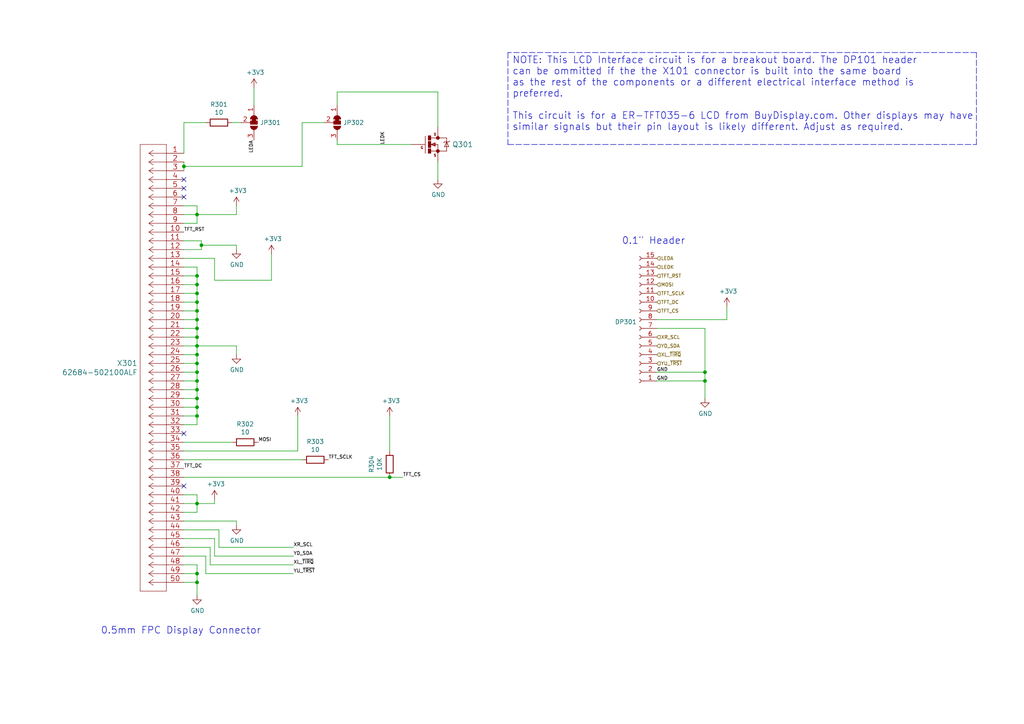
<source format=kicad_sch>
(kicad_sch (version 20211123) (generator eeschema)
  (paper "A4")
  (title_block (title "GRBL Controller") (date "2022-01-10") (rev "1") (comment 1 "This is a TFT LCD breakout adapter for the ER-TFT035-6 from BuyDisplay.com"))
  (lib_symbols
    (symbol "Connector:Conn_01x15_Female" (pin_names (offset 1.016) hide)
      (property "Reference" "J" (at 0 20.32 0))
      (property "Value" "Conn_01x15_Female" (at 0 -20.32 0))
      (symbol "Conn_01x15_Female_1_1"
        (arc (start 0 -17.272) (mid -0.508 -17.78) (end 0 -18.288) (stroke (width 0.1524)))
        (arc (start 0 -14.732) (mid -0.508 -15.24) (end 0 -15.748) (stroke (width 0.1524)))
        (arc (start 0 -12.192) (mid -0.508 -12.7) (end 0 -13.208) (stroke (width 0.1524)))
        (arc (start 0 -9.652) (mid -0.508 -10.16) (end 0 -10.668) (stroke (width 0.1524)))
        (arc (start 0 -7.112) (mid -0.508 -7.62) (end 0 -8.128) (stroke (width 0.1524)))
        (arc (start 0 -4.572) (mid -0.508 -5.08) (end 0 -5.588) (stroke (width 0.1524)))
        (arc (start 0 -2.032) (mid -0.508 -2.54) (end 0 -3.048) (stroke (width 0.1524)))
        (polyline (pts (xy -1.27 -17.78) (xy -0.508 -17.78)) (stroke (width 0.1524)))
        (polyline (pts (xy -1.27 -15.24) (xy -0.508 -15.24)) (stroke (width 0.1524)))
        (polyline (pts (xy -1.27 -12.7) (xy -0.508 -12.7)) (stroke (width 0.1524)))
        (polyline (pts (xy -1.27 -10.16) (xy -0.508 -10.16)) (stroke (width 0.1524)))
        (polyline (pts (xy -1.27 -7.62) (xy -0.508 -7.62)) (stroke (width 0.1524)))
        (polyline (pts (xy -1.27 -5.08) (xy -0.508 -5.08)) (stroke (width 0.1524)))
        (polyline (pts (xy -1.27 -2.54) (xy -0.508 -2.54)) (stroke (width 0.1524)))
        (polyline (pts (xy -1.27 0) (xy -0.508 0)) (stroke (width 0.1524)))
        (polyline (pts (xy -1.27 2.54) (xy -0.508 2.54)) (stroke (width 0.1524)))
        (polyline (pts (xy -1.27 5.08) (xy -0.508 5.08)) (stroke (width 0.1524)))
        (polyline (pts (xy -1.27 7.62) (xy -0.508 7.62)) (stroke (width 0.1524)))
        (polyline (pts (xy -1.27 10.16) (xy -0.508 10.16)) (stroke (width 0.1524)))
        (polyline (pts (xy -1.27 12.7) (xy -0.508 12.7)) (stroke (width 0.1524)))
        (polyline (pts (xy -1.27 15.24) (xy -0.508 15.24)) (stroke (width 0.1524)))
        (polyline (pts (xy -1.27 17.78) (xy -0.508 17.78)) (stroke (width 0.1524)))
        (arc (start 0 0.508) (mid -0.508 0) (end 0 -0.508) (stroke (width 0.1524)))
        (arc (start 0 3.048) (mid -0.508 2.54) (end 0 2.032) (stroke (width 0.1524)))
        (arc (start 0 5.588) (mid -0.508 5.08) (end 0 4.572) (stroke (width 0.1524)))
        (arc (start 0 8.128) (mid -0.508 7.62) (end 0 7.112) (stroke (width 0.1524)))
        (arc (start 0 10.668) (mid -0.508 10.16) (end 0 9.652) (stroke (width 0.1524)))
        (arc (start 0 13.208) (mid -0.508 12.7) (end 0 12.192) (stroke (width 0.1524)))
        (arc (start 0 15.748) (mid -0.508 15.24) (end 0 14.732) (stroke (width 0.1524)))
        (arc (start 0 18.288) (mid -0.508 17.78) (end 0 17.272) (stroke (width 0.1524)))
        (pin passive line (at -5.08 17.78 0) (length 3.81) (name "Pin_1") (number "1"))
        (pin passive line (at -5.08 -5.08 0) (length 3.81) (name "Pin_10") (number "10"))
        (pin passive line (at -5.08 -7.62 0) (length 3.81) (name "Pin_11") (number "11"))
        (pin passive line (at -5.08 -10.16 0) (length 3.81) (name "Pin_12") (number "12"))
        (pin passive line (at -5.08 -12.7 0) (length 3.81) (name "Pin_13") (number "13"))
        (pin passive line (at -5.08 -15.24 0) (length 3.81) (name "Pin_14") (number "14"))
        (pin passive line (at -5.08 -17.78 0) (length 3.81) (name "Pin_15") (number "15"))
        (pin passive line (at -5.08 15.24 0) (length 3.81) (name "Pin_2") (number "2"))
        (pin passive line (at -5.08 12.7 0) (length 3.81) (name "Pin_3") (number "3"))
        (pin passive line (at -5.08 10.16 0) (length 3.81) (name "Pin_4") (number "4"))
        (pin passive line (at -5.08 7.62 0) (length 3.81) (name "Pin_5") (number "5"))
        (pin passive line (at -5.08 5.08 0) (length 3.81) (name "Pin_6") (number "6"))
        (pin passive line (at -5.08 2.54 0) (length 3.81) (name "Pin_7") (number "7"))
        (pin passive line (at -5.08 0 0) (length 3.81) (name "Pin_8") (number "8"))
        (pin passive line (at -5.08 -2.54 0) (length 3.81) (name "Pin_9") (number "9"))
      )
    )
    (symbol "Device:R" (pin_numbers hide) (pin_names (offset 0))
      (property "Reference" "R" (at 2.032 0 90))
      (property "Value" "R" (at 0 0 90))
      (symbol "R_0_1"
        (rectangle (start -1.016 -2.54) (end 1.016 2.54) (stroke (width 0.254)))
      )
      (symbol "R_1_1"
        (pin passive line (at 0 3.81 270) (length 1.27) (name "~") (number "1"))
        (pin passive line (at 0 -3.81 90) (length 1.27) (name "~") (number "2"))
      )
    )
    (symbol "Jumper:SolderJumper_3_Bridged12" (pin_names (offset 0) hide)
      (property "Reference" "JP" (at -2.54 -2.54 0))
      (property "Value" "SolderJumper_3_Bridged12" (at 0 2.794 0))
      (symbol "SolderJumper_3_Bridged12_0_1"
        (rectangle (start -1.016 0.508) (end -0.508 -0.508) (fill (type outline)))
        (arc (start -1.016 1.016) (mid -2.032 0) (end -1.016 -1.016))
        (arc (start -1.016 1.016) (mid -2.032 0) (end -1.016 -1.016) (fill (type outline)))
        (rectangle (start -0.508 1.016) (end 0.508 -1.016) (fill (type outline)))
        (polyline (pts (xy -2.54 0) (xy -2.032 0)))
        (polyline (pts (xy -1.016 1.016) (xy -1.016 -1.016)))
        (polyline (pts (xy 0 -1.27) (xy 0 -1.016)))
        (polyline (pts (xy 1.016 1.016) (xy 1.016 -1.016)))
        (polyline (pts (xy 2.54 0) (xy 2.032 0)))
        (arc (start 1.016 -1.016) (mid 2.032 0) (end 1.016 1.016))
        (arc (start 1.016 -1.016) (mid 2.032 0) (end 1.016 1.016) (fill (type outline)))
      )
      (symbol "SolderJumper_3_Bridged12_1_1"
        (pin passive line (at -5.08 0 0) (length 2.54) (name "A") (number "1"))
        (pin input line (at 0 -3.81 90) (length 2.54) (name "C") (number "2"))
        (pin passive line (at 5.08 0 180) (length 2.54) (name "B") (number "3"))
      )
    )
    (symbol "MarcoK:62684-502100ALF" (pin_names (offset 0.254) hide)
      (property "Reference" "J" (at 8.89 6.35 0))
      (property "Value" "MarcoK_62684-502100ALF" (at 10.16 -60.96 0))
      (symbol "62684-502100ALF_1_1"
        (polyline (pts (xy 5.08 -127) (xy 12.7 -127)) (stroke (width 0.127)))
        (polyline (pts (xy 5.08 2.54) (xy 5.08 -127)) (stroke (width 0.127)))
        (polyline (pts (xy 10.16 -124.46) (xy 5.08 -124.46)) (stroke (width 0.127)))
        (polyline (pts (xy 10.16 -124.46) (xy 8.89 -125.2982)) (stroke (width 0.127)))
        (polyline (pts (xy 10.16 -124.46) (xy 8.89 -123.6218)) (stroke (width 0.127)))
        (polyline (pts (xy 10.16 -121.92) (xy 5.08 -121.92)) (stroke (width 0.127)))
        (polyline (pts (xy 10.16 -121.92) (xy 8.89 -122.7582)) (stroke (width 0.127)))
        (polyline (pts (xy 10.16 -121.92) (xy 8.89 -121.0818)) (stroke (width 0.127)))
        (polyline (pts (xy 10.16 -119.38) (xy 5.08 -119.38)) (stroke (width 0.127)))
        (polyline (pts (xy 10.16 -119.38) (xy 8.89 -120.2182)) (stroke (width 0.127)))
        (polyline (pts (xy 10.16 -119.38) (xy 8.89 -118.5418)) (stroke (width 0.127)))
        (polyline (pts (xy 10.16 -116.84) (xy 5.08 -116.84)) (stroke (width 0.127)))
        (polyline (pts (xy 10.16 -116.84) (xy 8.89 -117.6782)) (stroke (width 0.127)))
        (polyline (pts (xy 10.16 -116.84) (xy 8.89 -116.0018)) (stroke (width 0.127)))
        (polyline (pts (xy 10.16 -114.3) (xy 5.08 -114.3)) (stroke (width 0.127)))
        (polyline (pts (xy 10.16 -114.3) (xy 8.89 -115.1382)) (stroke (width 0.127)))
        (polyline (pts (xy 10.16 -114.3) (xy 8.89 -113.4618)) (stroke (width 0.127)))
        (polyline (pts (xy 10.16 -111.76) (xy 5.08 -111.76)) (stroke (width 0.127)))
        (polyline (pts (xy 10.16 -111.76) (xy 8.89 -112.5982)) (stroke (width 0.127)))
        (polyline (pts (xy 10.16 -111.76) (xy 8.89 -110.9218)) (stroke (width 0.127)))
        (polyline (pts (xy 10.16 -109.22) (xy 5.08 -109.22)) (stroke (width 0.127)))
        (polyline (pts (xy 10.16 -109.22) (xy 8.89 -110.0582)) (stroke (width 0.127)))
        (polyline (pts (xy 10.16 -109.22) (xy 8.89 -108.3818)) (stroke (width 0.127)))
        (polyline (pts (xy 10.16 -106.68) (xy 5.08 -106.68)) (stroke (width 0.127)))
        (polyline (pts (xy 10.16 -106.68) (xy 8.89 -107.5182)) (stroke (width 0.127)))
        (polyline (pts (xy 10.16 -106.68) (xy 8.89 -105.8418)) (stroke (width 0.127)))
        (polyline (pts (xy 10.16 -104.14) (xy 5.08 -104.14)) (stroke (width 0.127)))
        (polyline (pts (xy 10.16 -104.14) (xy 8.89 -104.9782)) (stroke (width 0.127)))
        (polyline (pts (xy 10.16 -104.14) (xy 8.89 -103.3018)) (stroke (width 0.127)))
        (polyline (pts (xy 10.16 -101.6) (xy 5.08 -101.6)) (stroke (width 0.127)))
        (polyline (pts (xy 10.16 -101.6) (xy 8.89 -102.4382)) (stroke (width 0.127)))
        (polyline (pts (xy 10.16 -101.6) (xy 8.89 -100.7618)) (stroke (width 0.127)))
        (polyline (pts (xy 10.16 -99.06) (xy 5.08 -99.06)) (stroke (width 0.127)))
        (polyline (pts (xy 10.16 -99.06) (xy 8.89 -99.8982)) (stroke (width 0.127)))
        (polyline (pts (xy 10.16 -99.06) (xy 8.89 -98.2218)) (stroke (width 0.127)))
        (polyline (pts (xy 10.16 -96.52) (xy 5.08 -96.52)) (stroke (width 0.127)))
        (polyline (pts (xy 10.16 -96.52) (xy 8.89 -97.3582)) (stroke (width 0.127)))
        (polyline (pts (xy 10.16 -96.52) (xy 8.89 -95.6818)) (stroke (width 0.127)))
        (polyline (pts (xy 10.16 -93.98) (xy 5.08 -93.98)) (stroke (width 0.127)))
        (polyline (pts (xy 10.16 -93.98) (xy 8.89 -94.8182)) (stroke (width 0.127)))
        (polyline (pts (xy 10.16 -93.98) (xy 8.89 -93.1418)) (stroke (width 0.127)))
        (polyline (pts (xy 10.16 -91.44) (xy 5.08 -91.44)) (stroke (width 0.127)))
        (polyline (pts (xy 10.16 -91.44) (xy 8.89 -92.2782)) (stroke (width 0.127)))
        (polyline (pts (xy 10.16 -91.44) (xy 8.89 -90.6018)) (stroke (width 0.127)))
        (polyline (pts (xy 10.16 -88.9) (xy 5.08 -88.9)) (stroke (width 0.127)))
        (polyline (pts (xy 10.16 -88.9) (xy 8.89 -89.7382)) (stroke (width 0.127)))
        (polyline (pts (xy 10.16 -88.9) (xy 8.89 -88.0618)) (stroke (width 0.127)))
        (polyline (pts (xy 10.16 -86.36) (xy 5.08 -86.36)) (stroke (width 0.127)))
        (polyline (pts (xy 10.16 -86.36) (xy 8.89 -87.1982)) (stroke (width 0.127)))
        (polyline (pts (xy 10.16 -86.36) (xy 8.89 -85.5218)) (stroke (width 0.127)))
        (polyline (pts (xy 10.16 -83.82) (xy 5.08 -83.82)) (stroke (width 0.127)))
        (polyline (pts (xy 10.16 -83.82) (xy 8.89 -84.6582)) (stroke (width 0.127)))
        (polyline (pts (xy 10.16 -83.82) (xy 8.89 -82.9818)) (stroke (width 0.127)))
        (polyline (pts (xy 10.16 -81.28) (xy 5.08 -81.28)) (stroke (width 0.127)))
        (polyline (pts (xy 10.16 -81.28) (xy 8.89 -82.1182)) (stroke (width 0.127)))
        (polyline (pts (xy 10.16 -81.28) (xy 8.89 -80.4418)) (stroke (width 0.127)))
        (polyline (pts (xy 10.16 -78.74) (xy 5.08 -78.74)) (stroke (width 0.127)))
        (polyline (pts (xy 10.16 -78.74) (xy 8.89 -79.5782)) (stroke (width 0.127)))
        (polyline (pts (xy 10.16 -78.74) (xy 8.89 -77.9018)) (stroke (width 0.127)))
        (polyline (pts (xy 10.16 -76.2) (xy 5.08 -76.2)) (stroke (width 0.127)))
        (polyline (pts (xy 10.16 -76.2) (xy 8.89 -77.0382)) (stroke (width 0.127)))
        (polyline (pts (xy 10.16 -76.2) (xy 8.89 -75.3618)) (stroke (width 0.127)))
        (polyline (pts (xy 10.16 -73.66) (xy 5.08 -73.66)) (stroke (width 0.127)))
        (polyline (pts (xy 10.16 -73.66) (xy 8.89 -74.4982)) (stroke (width 0.127)))
        (polyline (pts (xy 10.16 -73.66) (xy 8.89 -72.8218)) (stroke (width 0.127)))
        (polyline (pts (xy 10.16 -71.12) (xy 5.08 -71.12)) (stroke (width 0.127)))
        (polyline (pts (xy 10.16 -71.12) (xy 8.89 -71.9582)) (stroke (width 0.127)))
        (polyline (pts (xy 10.16 -71.12) (xy 8.89 -70.2818)) (stroke (width 0.127)))
        (polyline (pts (xy 10.16 -68.58) (xy 5.08 -68.58)) (stroke (width 0.127)))
        (polyline (pts (xy 10.16 -68.58) (xy 8.89 -69.4182)) (stroke (width 0.127)))
        (polyline (pts (xy 10.16 -68.58) (xy 8.89 -67.7418)) (stroke (width 0.127)))
        (polyline (pts (xy 10.16 -66.04) (xy 5.08 -66.04)) (stroke (width 0.127)))
        (polyline (pts (xy 10.16 -66.04) (xy 8.89 -66.8782)) (stroke (width 0.127)))
        (polyline (pts (xy 10.16 -66.04) (xy 8.89 -65.2018)) (stroke (width 0.127)))
        (polyline (pts (xy 10.16 -63.5) (xy 5.08 -63.5)) (stroke (width 0.127)))
        (polyline (pts (xy 10.16 -63.5) (xy 8.89 -64.3382)) (stroke (width 0.127)))
        (polyline (pts (xy 10.16 -63.5) (xy 8.89 -62.6618)) (stroke (width 0.127)))
        (polyline (pts (xy 10.16 -60.96) (xy 5.08 -60.96)) (stroke (width 0.127)))
        (polyline (pts (xy 10.16 -60.96) (xy 8.89 -61.7982)) (stroke (width 0.127)))
        (polyline (pts (xy 10.16 -60.96) (xy 8.89 -60.1218)) (stroke (width 0.127)))
        (polyline (pts (xy 10.16 -58.42) (xy 5.08 -58.42)) (stroke (width 0.127)))
        (polyline (pts (xy 10.16 -58.42) (xy 8.89 -59.2582)) (stroke (width 0.127)))
        (polyline (pts (xy 10.16 -58.42) (xy 8.89 -57.5818)) (stroke (width 0.127)))
        (polyline (pts (xy 10.16 -55.88) (xy 5.08 -55.88)) (stroke (width 0.127)))
        (polyline (pts (xy 10.16 -55.88) (xy 8.89 -56.7182)) (stroke (width 0.127)))
        (polyline (pts (xy 10.16 -55.88) (xy 8.89 -55.0418)) (stroke (width 0.127)))
        (polyline (pts (xy 10.16 -53.34) (xy 5.08 -53.34)) (stroke (width 0.127)))
        (polyline (pts (xy 10.16 -53.34) (xy 8.89 -54.1782)) (stroke (width 0.127)))
        (polyline (pts (xy 10.16 -53.34) (xy 8.89 -52.5018)) (stroke (width 0.127)))
        (polyline (pts (xy 10.16 -50.8) (xy 5.08 -50.8)) (stroke (width 0.127)))
        (polyline (pts (xy 10.16 -50.8) (xy 8.89 -51.6382)) (stroke (width 0.127)))
        (polyline (pts (xy 10.16 -50.8) (xy 8.89 -49.9618)) (stroke (width 0.127)))
        (polyline (pts (xy 10.16 -48.26) (xy 5.08 -48.26)) (stroke (width 0.127)))
        (polyline (pts (xy 10.16 -48.26) (xy 8.89 -49.0982)) (stroke (width 0.127)))
        (polyline (pts (xy 10.16 -48.26) (xy 8.89 -47.4218)) (stroke (width 0.127)))
        (polyline (pts (xy 10.16 -45.72) (xy 5.08 -45.72)) (stroke (width 0.127)))
        (polyline (pts (xy 10.16 -45.72) (xy 8.89 -46.5582)) (stroke (width 0.127)))
        (polyline (pts (xy 10.16 -45.72) (xy 8.89 -44.8818)) (stroke (width 0.127)))
        (polyline (pts (xy 10.16 -43.18) (xy 5.08 -43.18)) (stroke (width 0.127)))
        (polyline (pts (xy 10.16 -43.18) (xy 8.89 -44.0182)) (stroke (width 0.127)))
        (polyline (pts (xy 10.16 -43.18) (xy 8.89 -42.3418)) (stroke (width 0.127)))
        (polyline (pts (xy 10.16 -40.64) (xy 5.08 -40.64)) (stroke (width 0.127)))
        (polyline (pts (xy 10.16 -40.64) (xy 8.89 -41.4782)) (stroke (width 0.127)))
        (polyline (pts (xy 10.16 -40.64) (xy 8.89 -39.8018)) (stroke (width 0.127)))
        (polyline (pts (xy 10.16 -38.1) (xy 5.08 -38.1)) (stroke (width 0.127)))
        (polyline (pts (xy 10.16 -38.1) (xy 8.89 -38.9382)) (stroke (width 0.127)))
        (polyline (pts (xy 10.16 -38.1) (xy 8.89 -37.2618)) (stroke (width 0.127)))
        (polyline (pts (xy 10.16 -35.56) (xy 5.08 -35.56)) (stroke (width 0.127)))
        (polyline (pts (xy 10.16 -35.56) (xy 8.89 -36.3982)) (stroke (width 0.127)))
        (polyline (pts (xy 10.16 -35.56) (xy 8.89 -34.7218)) (stroke (width 0.127)))
        (polyline (pts (xy 10.16 -33.02) (xy 5.08 -33.02)) (stroke (width 0.127)))
        (polyline (pts (xy 10.16 -33.02) (xy 8.89 -33.8582)) (stroke (width 0.127)))
        (polyline (pts (xy 10.16 -33.02) (xy 8.89 -32.1818)) (stroke (width 0.127)))
        (polyline (pts (xy 10.16 -30.48) (xy 5.08 -30.48)) (stroke (width 0.127)))
        (polyline (pts (xy 10.16 -30.48) (xy 8.89 -31.3182)) (stroke (width 0.127)))
        (polyline (pts (xy 10.16 -30.48) (xy 8.89 -29.6418)) (stroke (width 0.127)))
        (polyline (pts (xy 10.16 -27.94) (xy 5.08 -27.94)) (stroke (width 0.127)))
        (polyline (pts (xy 10.16 -27.94) (xy 8.89 -28.7782)) (stroke (width 0.127)))
        (polyline (pts (xy 10.16 -27.94) (xy 8.89 -27.1018)) (stroke (width 0.127)))
        (polyline (pts (xy 10.16 -25.4) (xy 5.08 -25.4)) (stroke (width 0.127)))
        (polyline (pts (xy 10.16 -25.4) (xy 8.89 -26.2382)) (stroke (width 0.127)))
        (polyline (pts (xy 10.16 -25.4) (xy 8.89 -24.5618)) (stroke (width 0.127)))
        (polyline (pts (xy 10.16 -22.86) (xy 5.08 -22.86)) (stroke (width 0.127)))
        (polyline (pts (xy 10.16 -22.86) (xy 8.89 -23.6982)) (stroke (width 0.127)))
        (polyline (pts (xy 10.16 -22.86) (xy 8.89 -22.0218)) (stroke (width 0.127)))
        (polyline (pts (xy 10.16 -20.32) (xy 5.08 -20.32)) (stroke (width 0.127)))
        (polyline (pts (xy 10.16 -20.32) (xy 8.89 -21.1582)) (stroke (width 0.127)))
        (polyline (pts (xy 10.16 -20.32) (xy 8.89 -19.4818)) (stroke (width 0.127)))
        (polyline (pts (xy 10.16 -17.78) (xy 5.08 -17.78)) (stroke (width 0.127)))
        (polyline (pts (xy 10.16 -17.78) (xy 8.89 -18.6182)) (stroke (width 0.127)))
        (polyline (pts (xy 10.16 -17.78) (xy 8.89 -16.9418)) (stroke (width 0.127)))
        (polyline (pts (xy 10.16 -15.24) (xy 5.08 -15.24)) (stroke (width 0.127)))
        (polyline (pts (xy 10.16 -15.24) (xy 8.89 -16.0782)) (stroke (width 0.127)))
        (polyline (pts (xy 10.16 -15.24) (xy 8.89 -14.4018)) (stroke (width 0.127)))
        (polyline (pts (xy 10.16 -12.7) (xy 5.08 -12.7)) (stroke (width 0.127)))
        (polyline (pts (xy 10.16 -12.7) (xy 8.89 -13.5382)) (stroke (width 0.127)))
        (polyline (pts (xy 10.16 -12.7) (xy 8.89 -11.8618)) (stroke (width 0.127)))
        (polyline (pts (xy 10.16 -10.16) (xy 5.08 -10.16)) (stroke (width 0.127)))
        (polyline (pts (xy 10.16 -10.16) (xy 8.89 -10.9982)) (stroke (width 0.127)))
        (polyline (pts (xy 10.16 -10.16) (xy 8.89 -9.3218)) (stroke (width 0.127)))
        (polyline (pts (xy 10.16 -7.62) (xy 5.08 -7.62)) (stroke (width 0.127)))
        (polyline (pts (xy 10.16 -7.62) (xy 8.89 -8.4582)) (stroke (width 0.127)))
        (polyline (pts (xy 10.16 -7.62) (xy 8.89 -6.7818)) (stroke (width 0.127)))
        (polyline (pts (xy 10.16 -5.08) (xy 5.08 -5.08)) (stroke (width 0.127)))
        (polyline (pts (xy 10.16 -5.08) (xy 8.89 -5.9182)) (stroke (width 0.127)))
        (polyline (pts (xy 10.16 -5.08) (xy 8.89 -4.2418)) (stroke (width 0.127)))
        (polyline (pts (xy 10.16 -2.54) (xy 5.08 -2.54)) (stroke (width 0.127)))
        (polyline (pts (xy 10.16 -2.54) (xy 8.89 -3.3782)) (stroke (width 0.127)))
        (polyline (pts (xy 10.16 -2.54) (xy 8.89 -1.7018)) (stroke (width 0.127)))
        (polyline (pts (xy 10.16 0) (xy 5.08 0)) (stroke (width 0.127)))
        (polyline (pts (xy 10.16 0) (xy 8.89 -0.8382)) (stroke (width 0.127)))
        (polyline (pts (xy 10.16 0) (xy 8.89 0.8382)) (stroke (width 0.127)))
        (polyline (pts (xy 12.7 -127) (xy 12.7 2.54)) (stroke (width 0.127)))
        (polyline (pts (xy 12.7 2.54) (xy 5.08 2.54)) (stroke (width 0.127)))
        (pin unspecified line (at 0 0 0) (length 5.08) (name "1") (number "1"))
        (pin unspecified line (at 0 -22.86 0) (length 5.08) (name "10") (number "10"))
        (pin unspecified line (at 0 -25.4 0) (length 5.08) (name "11") (number "11"))
        (pin unspecified line (at 0 -27.94 0) (length 5.08) (name "12") (number "12"))
        (pin unspecified line (at 0 -30.48 0) (length 5.08) (name "13") (number "13"))
        (pin unspecified line (at 0 -33.02 0) (length 5.08) (name "14") (number "14"))
        (pin unspecified line (at 0 -35.56 0) (length 5.08) (name "15") (number "15"))
        (pin unspecified line (at 0 -38.1 0) (length 5.08) (name "16") (number "16"))
        (pin unspecified line (at 0 -40.64 0) (length 5.08) (name "17") (number "17"))
        (pin unspecified line (at 0 -43.18 0) (length 5.08) (name "18") (number "18"))
        (pin unspecified line (at 0 -45.72 0) (length 5.08) (name "19") (number "19"))
        (pin unspecified line (at 0 -2.54 0) (length 5.08) (name "2") (number "2"))
        (pin unspecified line (at 0 -48.26 0) (length 5.08) (name "20") (number "20"))
        (pin unspecified line (at 0 -50.8 0) (length 5.08) (name "21") (number "21"))
        (pin unspecified line (at 0 -53.34 0) (length 5.08) (name "22") (number "22"))
        (pin unspecified line (at 0 -55.88 0) (length 5.08) (name "23") (number "23"))
        (pin unspecified line (at 0 -58.42 0) (length 5.08) (name "24") (number "24"))
        (pin unspecified line (at 0 -60.96 0) (length 5.08) (name "25") (number "25"))
        (pin unspecified line (at 0 -63.5 0) (length 5.08) (name "26") (number "26"))
        (pin unspecified line (at 0 -66.04 0) (length 5.08) (name "27") (number "27"))
        (pin unspecified line (at 0 -68.58 0) (length 5.08) (name "28") (number "28"))
        (pin unspecified line (at 0 -71.12 0) (length 5.08) (name "29") (number "29"))
        (pin unspecified line (at 0 -5.08 0) (length 5.08) (name "3") (number "3"))
        (pin unspecified line (at 0 -73.66 0) (length 5.08) (name "30") (number "30"))
        (pin unspecified line (at 0 -76.2 0) (length 5.08) (name "31") (number "31"))
        (pin unspecified line (at 0 -78.74 0) (length 5.08) (name "32") (number "32"))
        (pin unspecified line (at 0 -81.28 0) (length 5.08) (name "33") (number "33"))
        (pin unspecified line (at 0 -83.82 0) (length 5.08) (name "34") (number "34"))
        (pin unspecified line (at 0 -86.36 0) (length 5.08) (name "35") (number "35"))
        (pin unspecified line (at 0 -88.9 0) (length 5.08) (name "36") (number "36"))
        (pin unspecified line (at 0 -91.44 0) (length 5.08) (name "37") (number "37"))
        (pin unspecified line (at 0 -93.98 0) (length 5.08) (name "38") (number "38"))
        (pin unspecified line (at 0 -96.52 0) (length 5.08) (name "39") (number "39"))
        (pin unspecified line (at 0 -7.62 0) (length 5.08) (name "4") (number "4"))
        (pin unspecified line (at 0 -99.06 0) (length 5.08) (name "40") (number "40"))
        (pin unspecified line (at 0 -101.6 0) (length 5.08) (name "41") (number "41"))
        (pin unspecified line (at 0 -104.14 0) (length 5.08) (name "42") (number "42"))
        (pin unspecified line (at 0 -106.68 0) (length 5.08) (name "43") (number "43"))
        (pin unspecified line (at 0 -109.22 0) (length 5.08) (name "44") (number "44"))
        (pin unspecified line (at 0 -111.76 0) (length 5.08) (name "45") (number "45"))
        (pin unspecified line (at 0 -114.3 0) (length 5.08) (name "46") (number "46"))
        (pin unspecified line (at 0 -116.84 0) (length 5.08) (name "47") (number "47"))
        (pin unspecified line (at 0 -119.38 0) (length 5.08) (name "48") (number "48"))
        (pin unspecified line (at 0 -121.92 0) (length 5.08) (name "49") (number "49"))
        (pin unspecified line (at 0 -10.16 0) (length 5.08) (name "5") (number "5"))
        (pin unspecified line (at 0 -124.46 0) (length 5.08) (name "50") (number "50"))
        (pin unspecified line (at 0 -12.7 0) (length 5.08) (name "6") (number "6"))
        (pin unspecified line (at 0 -15.24 0) (length 5.08) (name "7") (number "7"))
        (pin unspecified line (at 0 -17.78 0) (length 5.08) (name "8") (number "8"))
        (pin unspecified line (at 0 -20.32 0) (length 5.08) (name "9") (number "9"))
      )
    )
    (symbol "MarcoK:IRLML0040TR" (pin_names (offset 1.016))
      (property "Value" "MarcoK_IRLML0040TR" (at 5.08 0 0))
      (symbol "IRLML0040TR_1_0"
        (rectangle (start -2.794 -2.54) (end -2.032 -1.27) (fill (type outline)))
        (rectangle (start -2.794 -0.889) (end -2.032 0.889) (fill (type outline)))
        (rectangle (start -2.794 1.27) (end -2.032 2.54) (fill (type outline)))
        (circle (center 0 -1.905) (radius 0.127) (stroke (width 0.4064)))
        (polyline (pts (xy -3.81 0) (xy -5.08 0)))
        (polyline (pts (xy -3.6576 2.413) (xy -3.6576 -2.54)))
        (polyline (pts (xy -2.032 -1.905) (xy 0 -1.905)))
        (polyline (pts (xy -2.032 0) (xy -0.762 -0.508)))
        (polyline (pts (xy -1.778 0) (xy -0.889 -0.254)))
        (polyline (pts (xy -0.889 -0.254) (xy -0.889 0)))
        (polyline (pts (xy -0.889 0) (xy -1.143 0)))
        (polyline (pts (xy -0.889 0) (xy 0 0)))
        (polyline (pts (xy -0.889 0.254) (xy -1.778 0)))
        (polyline (pts (xy -0.762 -0.508) (xy -0.762 0.508)))
        (polyline (pts (xy -0.762 0.508) (xy -2.032 0)))
        (polyline (pts (xy 0 -1.905) (xy 0 -2.54)))
        (polyline (pts (xy 0 0) (xy 0 -1.905)))
        (polyline (pts (xy 0 1.905) (xy -2.0066 1.905)))
        (polyline (pts (xy 0 1.905) (xy 2.54 1.905)))
        (polyline (pts (xy 0 2.54) (xy 0 1.905)))
        (polyline (pts (xy 1.905 -0.635) (xy 3.175 -0.635)))
        (polyline (pts (xy 1.905 0.762) (xy 1.651 0.508)))
        (polyline (pts (xy 1.905 0.762) (xy 2.54 0.762)))
        (polyline (pts (xy 2.54 -1.905) (xy 0 -1.905)))
        (polyline (pts (xy 2.54 0.762) (xy 1.905 -0.635)))
        (polyline (pts (xy 2.54 0.762) (xy 2.54 -1.905)))
        (polyline (pts (xy 2.54 0.762) (xy 3.175 0.762)))
        (polyline (pts (xy 2.54 1.905) (xy 2.54 0.762)))
        (polyline (pts (xy 3.175 -0.635) (xy 2.54 0.762)))
        (polyline (pts (xy 3.175 0.762) (xy 3.429 1.016)))
        (circle (center 0 1.905) (radius 0.127) (stroke (width 0.4064)))
        (text "D" (at -1.27 2.54 0) (effects (font (size 0.6858 0.6858)) (justify left bottom)))
        (text "G" (at -5.08 -1.27 0) (effects (font (size 0.6858 0.6858)) (justify left bottom)))
        (text "S" (at -1.27 -3.556 0) (effects (font (size 0.6858 0.6858)) (justify left bottom)))
        (pin passive line (at -7.62 0 0) (length 2.54) (name "G") (number "1"))
        (pin passive line (at 0 -5.08 90) (length 2.54) (name "S") (number "2"))
        (pin passive line (at 0 5.08 270) (length 2.54) (name "D") (number "3"))
      )
    )
    (symbol "power:+3V3" (power) (pin_names (offset 0))
      (property "Value" "+3V3" (at 0 3.556 0))
      (symbol "+3V3_0_1"
        (polyline (pts (xy -0.762 1.27) (xy 0 2.54)))
        (polyline (pts (xy 0 0) (xy 0 2.54)))
        (polyline (pts (xy 0 2.54) (xy 0.762 1.27)))
      )
      (symbol "+3V3_1_1"
        (pin power_in line (at 0 0 90) (length 0) hide (name "+3V3") (number "1"))
      )
    )
    (symbol "power:GND" (power) (pin_names (offset 0))
      (property "Value" "GND" (at 0 -3.81 0))
      (symbol "GND_0_1"
        (polyline (pts (xy 0 0) (xy 0 -1.27) (xy 1.27 -1.27) (xy 0 -2.54) (xy -1.27 -1.27) (xy 0 -1.27)))
      )
      (symbol "GND_1_1"
        (pin power_in line (at 0 0 270) (length 0) hide (name "GND") (number "1"))
      )
    )
  )
  (junction (at 204.47 107.95))
  (junction (at 57.15 120.65))
  (junction (at 57.15 107.95))
  (junction (at 57.15 62.23))
  (junction (at 57.15 80.01))
  (junction (at 57.15 87.63))
  (junction (at 57.15 113.03))
  (junction (at 57.15 146.05))
  (junction (at 57.15 110.49))
  (junction (at 57.15 166.37))
  (junction (at 57.15 97.79))
  (junction (at 57.15 82.55))
  (junction (at 57.15 85.09))
  (junction (at 57.15 100.33))
  (junction (at 57.15 95.25))
  (junction (at 57.15 168.91))
  (junction (at 57.15 115.57))
  (junction (at 113.03 138.43))
  (junction (at 57.15 92.71))
  (junction (at 204.47 110.49))
  (junction (at 53.34 48.26))
  (junction (at 57.15 102.87))
  (junction (at 58.42 71.12))
  (junction (at 57.15 105.41))
  (junction (at 57.15 90.17))
  (junction (at 57.15 118.11))
  (no_connect (at 53.34 54.61))
  (no_connect (at 53.34 140.97))
  (no_connect (at 53.34 57.15))
  (no_connect (at 53.34 125.73))
  (no_connect (at 53.34 52.07))
  (wire (pts (xy 127 26.67) (xy 127 36.83)))
  (wire (pts (xy 62.23 74.93) (xy 62.23 81.28)))
  (wire (pts (xy 62.23 146.05) (xy 62.23 144.78)))
  (wire (pts (xy 53.34 118.11) (xy 57.15 118.11)))
  (wire (pts (xy 57.15 113.03) (xy 57.15 115.57)))
  (wire (pts (xy 53.34 77.47) (xy 57.15 77.47)))
  (wire (pts (xy 53.34 138.43) (xy 113.03 138.43)))
  (wire (pts (xy 62.23 81.28) (xy 78.74 81.28)))
  (wire (pts (xy 63.5 153.67) (xy 63.5 158.75)))
  (wire (pts (xy 53.34 133.35) (xy 87.63 133.35)))
  (wire (pts (xy 59.69 166.37) (xy 85.09 166.37)))
  (wire (pts (xy 97.79 30.48) (xy 97.79 26.67)))
  (wire (pts (xy 85.09 161.29) (xy 62.23 161.29)))
  (wire (pts (xy 53.34 168.91) (xy 57.15 168.91)))
  (wire (pts (xy 57.15 95.25) (xy 57.15 97.79)))
  (wire (pts (xy 113.03 138.43) (xy 116.84 138.43)))
  (wire (pts (xy 53.34 95.25) (xy 57.15 95.25)))
  (wire (pts (xy 59.69 161.29) (xy 59.69 166.37)))
  (wire (pts (xy 58.42 71.12) (xy 58.42 72.39)))
  (wire (pts (xy 57.15 168.91) (xy 57.15 172.72)))
  (wire (pts (xy 53.34 161.29) (xy 59.69 161.29)))
  (wire (pts (xy 53.34 166.37) (xy 57.15 166.37)))
  (wire (pts (xy 57.15 97.79) (xy 57.15 100.33)))
  (wire (pts (xy 57.15 100.33) (xy 57.15 102.87)))
  (wire (pts (xy 69.85 35.56) (xy 67.31 35.56)))
  (wire (pts (xy 53.34 146.05) (xy 57.15 146.05)))
  (wire (pts (xy 57.15 100.33) (xy 68.58 100.33)))
  (wire (pts (xy 68.58 100.33) (xy 68.58 102.87)))
  (wire (pts (xy 73.66 30.48) (xy 73.66 25.4)))
  (wire (pts (xy 53.34 62.23) (xy 57.15 62.23)))
  (wire (pts (xy 86.36 130.81) (xy 86.36 120.65)))
  (wire (pts (xy 53.34 115.57) (xy 57.15 115.57)))
  (wire (pts (xy 53.34 128.27) (xy 67.31 128.27)))
  (polyline (pts (xy 147.32 15.24) (xy 147.32 41.91)))
  (wire (pts (xy 57.15 82.55) (xy 57.15 85.09)))
  (wire (pts (xy 190.5 110.49) (xy 204.47 110.49)))
  (wire (pts (xy 53.34 69.85) (xy 58.42 69.85)))
  (wire (pts (xy 59.69 35.56) (xy 53.34 35.56)))
  (wire (pts (xy 58.42 69.85) (xy 58.42 71.12)))
  (wire (pts (xy 57.15 146.05) (xy 57.15 148.59)))
  (wire (pts (xy 53.34 110.49) (xy 57.15 110.49)))
  (wire (pts (xy 204.47 110.49) (xy 204.47 115.57)))
  (wire (pts (xy 97.79 41.91) (xy 119.38 41.91)))
  (wire (pts (xy 190.5 95.25) (xy 204.47 95.25)))
  (wire (pts (xy 53.34 153.67) (xy 63.5 153.67)))
  (wire (pts (xy 68.58 71.12) (xy 68.58 72.39)))
  (wire (pts (xy 53.34 85.09) (xy 57.15 85.09)))
  (wire (pts (xy 63.5 158.75) (xy 85.09 158.75)))
  (wire (pts (xy 127 52.07) (xy 127 46.99)))
  (wire (pts (xy 53.34 123.19) (xy 57.15 123.19)))
  (wire (pts (xy 87.63 35.56) (xy 93.98 35.56)))
  (wire (pts (xy 57.15 146.05) (xy 62.23 146.05)))
  (wire (pts (xy 53.34 100.33) (xy 57.15 100.33)))
  (wire (pts (xy 57.15 85.09) (xy 57.15 87.63)))
  (wire (pts (xy 53.34 105.41) (xy 57.15 105.41)))
  (wire (pts (xy 190.5 107.95) (xy 204.47 107.95)))
  (wire (pts (xy 68.58 62.23) (xy 68.58 59.69)))
  (wire (pts (xy 113.03 130.81) (xy 113.03 120.65)))
  (wire (pts (xy 53.34 107.95) (xy 57.15 107.95)))
  (wire (pts (xy 53.34 48.26) (xy 87.63 48.26)))
  (wire (pts (xy 57.15 115.57) (xy 57.15 118.11)))
  (wire (pts (xy 53.34 158.75) (xy 60.96 158.75)))
  (wire (pts (xy 57.15 118.11) (xy 57.15 120.65)))
  (wire (pts (xy 57.15 77.47) (xy 57.15 80.01)))
  (wire (pts (xy 190.5 92.71) (xy 210.82 92.71)))
  (wire (pts (xy 57.15 148.59) (xy 53.34 148.59)))
  (wire (pts (xy 53.34 59.69) (xy 57.15 59.69)))
  (wire (pts (xy 57.15 87.63) (xy 57.15 90.17)))
  (wire (pts (xy 57.15 105.41) (xy 57.15 107.95)))
  (wire (pts (xy 53.34 113.03) (xy 57.15 113.03)))
  (wire (pts (xy 87.63 48.26) (xy 87.63 35.56)))
  (wire (pts (xy 53.34 48.26) (xy 53.34 46.99)))
  (wire (pts (xy 68.58 151.13) (xy 68.58 152.4)))
  (wire (pts (xy 53.34 80.01) (xy 57.15 80.01)))
  (wire (pts (xy 53.34 82.55) (xy 57.15 82.55)))
  (wire (pts (xy 57.15 62.23) (xy 68.58 62.23)))
  (wire (pts (xy 53.34 97.79) (xy 57.15 97.79)))
  (wire (pts (xy 53.34 49.53) (xy 53.34 48.26)))
  (wire (pts (xy 53.34 143.51) (xy 57.15 143.51)))
  (wire (pts (xy 53.34 35.56) (xy 53.34 44.45)))
  (wire (pts (xy 57.15 163.83) (xy 57.15 166.37)))
  (wire (pts (xy 57.15 166.37) (xy 57.15 168.91)))
  (wire (pts (xy 53.34 102.87) (xy 57.15 102.87)))
  (wire (pts (xy 204.47 95.25) (xy 204.47 107.95)))
  (polyline (pts (xy 283.21 41.91) (xy 283.21 15.24)))
  (wire (pts (xy 57.15 80.01) (xy 57.15 82.55)))
  (wire (pts (xy 57.15 62.23) (xy 57.15 64.77)))
  (wire (pts (xy 57.15 107.95) (xy 57.15 110.49)))
  (wire (pts (xy 62.23 156.21) (xy 62.23 161.29)))
  (wire (pts (xy 210.82 92.71) (xy 210.82 88.9)))
  (wire (pts (xy 57.15 102.87) (xy 57.15 105.41)))
  (wire (pts (xy 57.15 90.17) (xy 57.15 92.71)))
  (wire (pts (xy 57.15 143.51) (xy 57.15 146.05)))
  (wire (pts (xy 53.34 74.93) (xy 62.23 74.93)))
  (wire (pts (xy 53.34 151.13) (xy 68.58 151.13)))
  (polyline (pts (xy 147.32 41.91) (xy 283.21 41.91)))
  (polyline (pts (xy 283.21 15.24) (xy 147.32 15.24)))
  (wire (pts (xy 57.15 64.77) (xy 53.34 64.77)))
  (wire (pts (xy 57.15 59.69) (xy 57.15 62.23)))
  (wire (pts (xy 60.96 158.75) (xy 60.96 163.83)))
  (wire (pts (xy 53.34 90.17) (xy 57.15 90.17)))
  (wire (pts (xy 53.34 130.81) (xy 86.36 130.81)))
  (wire (pts (xy 58.42 72.39) (xy 53.34 72.39)))
  (wire (pts (xy 53.34 163.83) (xy 57.15 163.83)))
  (wire (pts (xy 57.15 120.65) (xy 53.34 120.65)))
  (wire (pts (xy 78.74 81.28) (xy 78.74 73.66)))
  (wire (pts (xy 53.34 87.63) (xy 57.15 87.63)))
  (wire (pts (xy 57.15 110.49) (xy 57.15 113.03)))
  (wire (pts (xy 97.79 26.67) (xy 127 26.67)))
  (wire (pts (xy 85.09 163.83) (xy 60.96 163.83)))
  (wire (pts (xy 57.15 123.19) (xy 57.15 120.65)))
  (wire (pts (xy 97.79 40.64) (xy 97.79 41.91)))
  (wire (pts (xy 53.34 156.21) (xy 62.23 156.21)))
  (wire (pts (xy 204.47 110.49) (xy 204.47 107.95)))
  (wire (pts (xy 58.42 71.12) (xy 68.58 71.12)))
  (wire (pts (xy 57.15 92.71) (xy 57.15 95.25)))
  (wire (pts (xy 53.34 92.71) (xy 57.15 92.71)))
  (text "0.1\" Header" (at 180.34 71.12 0) (effects (font (size 2.0066 2.0066)) (justify left bottom)))
  (text "NOTE: This LCD Interface circuit is for a breakout board. The DP101 header\ncan be ommitted if the the X101 connector is built into the same board\nas the rest of the components or a different electrical interface method is\npreferred.\n\nThis circuit is for a ER-TFT035-6 LCD from BuyDisplay.com. Other displays may have\nsimilar signals but their pin layout is likely different. Adjust as required." (at 148.59 38.1 0) (effects (font (size 2.0066 2.0066)) (justify left bottom)))
  (text "0.5mm FPC Display Connector" (at 29.21 184.15 0) (effects (font (size 2.0066 2.0066)) (justify left bottom)))
  (label "LEDK" (at 111.76 41.91 90) (effects (font (size 0.9906 0.9906))))
  (label "YU_~{TRST}" (at 85.09 166.37 0) (effects (font (size 0.9906 0.9906))))
  (label "YD_SDA" (at 85.09 161.29 0) (effects (font (size 0.9906 0.9906))))
  (label "TFT_SCLK" (at 95.25 133.35 0) (effects (font (size 0.9906 0.9906))))
  (label "GND" (at 190.5 110.49 0) (effects (font (size 0.9906 0.9906))))
  (label "TFT_RST" (at 53.34 67.31 0) (effects (font (size 0.9906 0.9906))))
  (label "GND" (at 190.5 107.95 0) (effects (font (size 0.9906 0.9906))))
  (label "XL_~{TIRQ}" (at 85.09 163.83 0) (effects (font (size 0.9906 0.9906))))
  (label "LEDA" (at 73.66 40.64 270) (effects (font (size 0.9906 0.9906))))
  (label "XR_SCL" (at 85.09 158.75 0) (effects (font (size 0.9906 0.9906))))
  (label "MOSI" (at 74.93 128.27 0) (effects (font (size 0.9906 0.9906))))
  (label "TFT_DC" (at 53.34 135.89 0) (effects (font (size 0.9906 0.9906))))
  (label "TFT_CS" (at 116.84 138.43 0) (effects (font (size 0.9906 0.9906))))
  (hierarchical_label "MOSI" (shape input) (at 190.5 82.55 0) (effects (font (size 0.9906 0.9906))))
  (hierarchical_label "XL_~{TIRQ}" (shape input) (at 190.5 102.87 0) (effects (font (size 0.9906 0.9906))))
  (hierarchical_label "YD_SDA" (shape input) (at 190.5 100.33 0) (effects (font (size 0.9906 0.9906))))
  (hierarchical_label "LEDA" (shape input) (at 190.5 74.93 0) (effects (font (size 0.9906 0.9906))))
  (hierarchical_label "TFT_CS" (shape input) (at 190.5 90.17 0) (effects (font (size 0.9906 0.9906))))
  (hierarchical_label "TFT_DC" (shape input) (at 190.5 87.63 0) (effects (font (size 0.9906 0.9906))))
  (hierarchical_label "TFT_RST" (shape input) (at 190.5 80.01 0) (effects (font (size 0.9906 0.9906))))
  (hierarchical_label "TFT_SCLK" (shape input) (at 190.5 85.09 0) (effects (font (size 0.9906 0.9906))))
  (hierarchical_label "XR_SCL" (shape input) (at 190.5 97.79 0) (effects (font (size 0.9906 0.9906))))
  (hierarchical_label "YU_~{TRST}" (shape input) (at 190.5 105.41 0) (effects (font (size 0.9906 0.9906))))
  (hierarchical_label "LEDK" (shape input) (at 190.5 77.47 0) (effects (font (size 0.9906 0.9906))))
  (symbol (lib_id "Connector:Conn_01x15_Female") (at 185.42 92.71 180) (unit 1)
    (property "Reference" "DP301" (at 184.7088 93.3704 0) (effects (justify left)))
    (property "Value" "Conn_01x15_Female" (effects hide))
    (property "Footprint" "MarcoK:BUY_LCD_TFT035-6_320x480-BO" (effects hide))
    (property "OshPArk" "https://oshpark.com/shared_projects/djFs49lT" (effects hide))
  )
  (symbol (lib_id "power:GND") (at 204.47 115.57 0) (unit 1)
    (property "Reference" "#PWR0312" (effects hide))
    (property "Value" "GND" (at 204.597 119.9642 0))
  )
  (symbol (lib_id "Device:R") (at 63.5 35.56 270) (unit 1)
    (property "Reference" "R301" (at 63.5 30.3022 90))
    (property "Value" "10" (at 63.5 32.6136 90))
    (property "Footprint" "Resistor_SMD:R_0805_2012Metric_Pad1.20x1.40mm_HandSolder" (effects hide))
  )
  (symbol (lib_id "power:+3V3") (at 73.66 25.4 0) (unit 1)
    (property "Reference" "#PWR0307" (effects hide))
    (property "Value" "+3V3" (at 74.041 21.0058 0))
  )
  (symbol (lib_id "MarcoK:IRLML0040TR") (at 127 41.91 0) (unit 1)
    (property "Reference" "Q301" (at 131.1402 41.91 0) (effects (font (size 1.4986 1.4986)) (justify left)))
    (property "Value" "IRLML0040TR" (effects hide))
    (property "Footprint" "Package_TO_SOT_SMD:SOT-23" (effects hide))
  )
  (symbol (lib_id "power:GND") (at 127 52.07 0) (unit 1)
    (property "Reference" "#PWR0311" (effects hide))
    (property "Value" "GND" (at 127.127 56.4642 0))
  )
  (symbol (lib_id "Device:R") (at 91.44 133.35 270) (unit 1)
    (property "Reference" "R303" (at 91.44 128.0922 90))
    (property "Value" "10" (at 91.44 130.4036 90))
    (property "Footprint" "Resistor_SMD:R_0805_2012Metric_Pad1.20x1.40mm_HandSolder" (effects hide))
  )
  (symbol (lib_id "Device:R") (at 71.12 128.27 270) (unit 1)
    (property "Reference" "R302" (at 71.12 123.0122 90))
    (property "Value" "10" (at 71.12 125.3236 90))
    (property "Footprint" "Resistor_SMD:R_0805_2012Metric_Pad1.20x1.40mm_HandSolder" (effects hide))
  )
  (symbol (lib_id "Device:R") (at 113.03 134.62 0) (mirror x) (unit 1)
    (property "Reference" "R304" (at 107.7722 134.62 90))
    (property "Value" "10K" (at 110.0836 134.62 90))
    (property "Footprint" "Resistor_SMD:R_0805_2012Metric_Pad1.20x1.40mm_HandSolder" (effects hide))
  )
  (symbol (lib_id "Jumper:SolderJumper_3_Bridged12") (at 73.66 35.56 270) (unit 1)
    (property "Reference" "JP301" (at 75.3872 35.56 90) (effects (justify left)))
    (property "Value" "SolderJumper_3_Bridged12" (effects hide))
    (property "Footprint" "Jumper:SolderJumper-3_P2.0mm_Open_TrianglePad1.0x1.5mm_NumberLabels" (effects hide))
  )
  (symbol (lib_id "Jumper:SolderJumper_3_Bridged12") (at 97.79 35.56 270) (unit 1)
    (property "Reference" "JP302" (at 99.5172 35.56 90) (effects (justify left)))
    (property "Value" "SolderJumper_3_Bridged12" (effects hide))
    (property "Footprint" "Jumper:SolderJumper-3_P2.0mm_Open_TrianglePad1.0x1.5mm_NumberLabels" (effects hide))
  )
  (symbol (lib_id "power:+3V3") (at 210.82 88.9 0) (unit 1)
    (property "Reference" "#PWR0313" (effects hide))
    (property "Value" "+3V3" (at 211.201 84.5058 0))
  )
  (symbol (lib_id "MarcoK:62684-502100ALF") (at 53.34 44.45 0) (mirror y) (unit 1)
    (property "Reference" "X301" (at 39.9288 105.3338 0) (effects (font (size 1.524 1.524)) (justify left)))
    (property "Value" "62684-502100ALF" (at 39.9288 108.0262 0) (effects (font (size 1.524 1.524)) (justify left)))
    (property "Footprint" "MarcoK:62684-502100ALF" (effects hide))
  )
  (symbol (lib_id "power:+3V3") (at 68.58 59.69 0) (unit 1)
    (property "Reference" "#PWR0303" (effects hide))
    (property "Value" "+3V3" (at 68.961 55.2958 0))
  )
  (symbol (lib_id "power:GND") (at 68.58 72.39 0) (unit 1)
    (property "Reference" "#PWR0304" (effects hide))
    (property "Value" "GND" (at 68.707 76.7842 0))
  )
  (symbol (lib_id "power:+3V3") (at 78.74 73.66 0) (unit 1)
    (property "Reference" "#PWR0308" (effects hide))
    (property "Value" "+3V3" (at 79.121 69.2658 0))
  )
  (symbol (lib_id "power:+3V3") (at 86.36 120.65 0) (unit 1)
    (property "Reference" "#PWR0309" (effects hide))
    (property "Value" "+3V3" (at 86.741 116.2558 0))
  )
  (symbol (lib_id "power:+3V3") (at 113.03 120.65 0) (unit 1)
    (property "Reference" "#PWR0310" (effects hide))
    (property "Value" "+3V3" (at 113.411 116.2558 0))
  )
  (symbol (lib_id "power:+3V3") (at 62.23 144.78 0) (unit 1)
    (property "Reference" "#PWR0302" (effects hide))
    (property "Value" "+3V3" (at 62.611 140.3858 0))
  )
  (symbol (lib_id "power:GND") (at 68.58 152.4 0) (unit 1)
    (property "Reference" "#PWR0306" (effects hide))
    (property "Value" "GND" (at 68.707 156.7942 0))
  )
  (symbol (lib_id "power:GND") (at 57.15 172.72 0) (unit 1)
    (property "Reference" "#PWR0301" (effects hide))
    (property "Value" "GND" (at 57.277 177.1142 0))
  )
  (symbol (lib_id "power:GND") (at 68.58 102.87 0) (unit 1)
    (property "Reference" "#PWR0305" (effects hide))
    (property "Value" "GND" (at 68.707 107.2642 0))
  )
)
</source>
